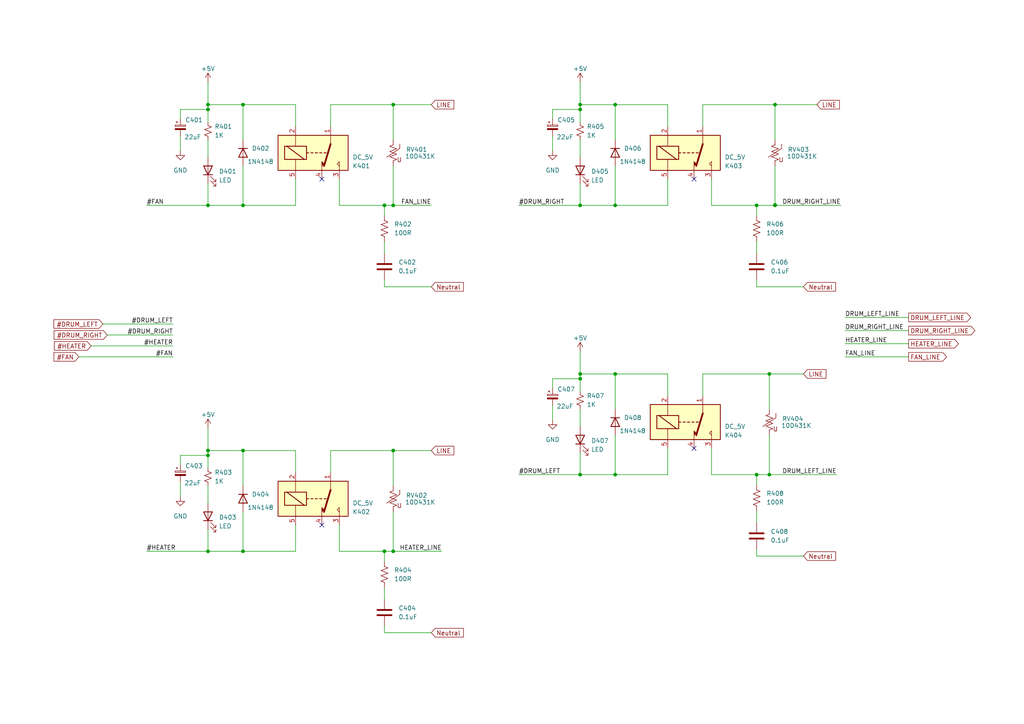
<source format=kicad_sch>
(kicad_sch (version 20211123) (generator eeschema)
  (paper "A4")
  (lib_symbols
    (symbol "Device:C" (pin_numbers hide) (pin_names (offset 0.254))
      (property "Reference" "C" (at 0.635 2.54 0))
      (property "Value" "C" (at 0.635 -2.54 0))
      (symbol "C_0_1"
        (polyline (pts (xy -2.032 -0.762) (xy 2.032 -0.762)) (stroke (width 0.508)))
        (polyline (pts (xy -2.032 0.762) (xy 2.032 0.762)) (stroke (width 0.508)))
      )
      (symbol "C_1_1"
        (pin passive line (at 0 3.81 270) (length 2.794) (name "~") (number "1"))
        (pin passive line (at 0 -3.81 90) (length 2.794) (name "~") (number "2"))
      )
    )
    (symbol "Device:C_Polarized_Small" (pin_numbers hide) (pin_names (offset 0.254) hide)
      (property "Reference" "C" (at 0.254 1.778 0))
      (property "Value" "C_Polarized_Small" (at 0.254 -2.032 0))
      (symbol "C_Polarized_Small_0_1"
        (rectangle (start -1.524 -0.3048) (end 1.524 -0.6858) (fill (type outline)))
        (rectangle (start -1.524 0.6858) (end 1.524 0.3048))
        (polyline (pts (xy -1.27 1.524) (xy -0.762 1.524)))
        (polyline (pts (xy -1.016 1.27) (xy -1.016 1.778)))
      )
      (symbol "C_Polarized_Small_1_1"
        (pin passive line (at 0 2.54 270) (length 1.8542) (name "~") (number "1"))
        (pin passive line (at 0 -2.54 90) (length 1.8542) (name "~") (number "2"))
      )
    )
    (symbol "Device:D" (pin_numbers hide) (pin_names (offset 1.016) hide)
      (property "Reference" "D" (at 0 2.54 0))
      (property "Value" "D" (at 0 -2.54 0))
      (symbol "D_0_1"
        (polyline (pts (xy -1.27 1.27) (xy -1.27 -1.27)) (stroke (width 0.254)))
        (polyline (pts (xy 1.27 0) (xy -1.27 0)))
        (polyline (pts (xy 1.27 1.27) (xy 1.27 -1.27) (xy -1.27 0) (xy 1.27 1.27)) (stroke (width 0.254)))
      )
      (symbol "D_1_1"
        (pin passive line (at -3.81 0 0) (length 2.54) (name "K") (number "1"))
        (pin passive line (at 3.81 0 180) (length 2.54) (name "A") (number "2"))
      )
    )
    (symbol "Device:LED" (pin_numbers hide) (pin_names (offset 1.016) hide)
      (property "Reference" "D" (at 0 2.54 0))
      (property "Value" "LED" (at 0 -2.54 0))
      (symbol "LED_0_1"
        (polyline (pts (xy -1.27 -1.27) (xy -1.27 1.27)) (stroke (width 0.254)))
        (polyline (pts (xy -1.27 0) (xy 1.27 0)))
        (polyline (pts (xy 1.27 -1.27) (xy 1.27 1.27) (xy -1.27 0) (xy 1.27 -1.27)) (stroke (width 0.254)))
        (polyline (pts (xy -3.048 -0.762) (xy -4.572 -2.286) (xy -3.81 -2.286) (xy -4.572 -2.286) (xy -4.572 -1.524)))
        (polyline (pts (xy -1.778 -0.762) (xy -3.302 -2.286) (xy -2.54 -2.286) (xy -3.302 -2.286) (xy -3.302 -1.524)))
      )
      (symbol "LED_1_1"
        (pin passive line (at -3.81 0 0) (length 2.54) (name "K") (number "1"))
        (pin passive line (at 3.81 0 180) (length 2.54) (name "A") (number "2"))
      )
    )
    (symbol "Device:R_Small_US" (pin_numbers hide) (pin_names (offset 0.254) hide)
      (property "Reference" "R" (at 0.762 0.508 0))
      (property "Value" "R_Small_US" (at 0.762 -1.016 0))
      (symbol "R_Small_US_1_1"
        (polyline (pts (xy 0 0) (xy 1.016 -0.381) (xy 0 -0.762) (xy -1.016 -1.143) (xy 0 -1.524)))
        (polyline (pts (xy 0 1.524) (xy 1.016 1.143) (xy 0 0.762) (xy -1.016 0.381) (xy 0 0)))
        (pin passive line (at 0 2.54 270) (length 1.016) (name "~") (number "1"))
        (pin passive line (at 0 -2.54 90) (length 1.016) (name "~") (number "2"))
      )
    )
    (symbol "Device:R_US" (pin_numbers hide) (pin_names (offset 0))
      (property "Reference" "R" (at 2.54 0 90))
      (property "Value" "R_US" (at -2.54 0 90))
      (symbol "R_US_0_1"
        (polyline (pts (xy 0 -2.286) (xy 0 -2.54)))
        (polyline (pts (xy 0 2.286) (xy 0 2.54)))
        (polyline (pts (xy 0 -0.762) (xy 1.016 -1.143) (xy 0 -1.524) (xy -1.016 -1.905) (xy 0 -2.286)))
        (polyline (pts (xy 0 0.762) (xy 1.016 0.381) (xy 0 0) (xy -1.016 -0.381) (xy 0 -0.762)))
        (polyline (pts (xy 0 2.286) (xy 1.016 1.905) (xy 0 1.524) (xy -1.016 1.143) (xy 0 0.762)))
      )
      (symbol "R_US_1_1"
        (pin passive line (at 0 3.81 270) (length 1.27) (name "~") (number "1"))
        (pin passive line (at 0 -3.81 90) (length 1.27) (name "~") (number "2"))
      )
    )
    (symbol "Device:Varistor_US" (pin_numbers hide) (pin_names (offset 0))
      (property "Reference" "RV" (at 3.175 0 90))
      (property "Value" "Varistor_US" (at -3.175 0 90))
      (symbol "Varistor_US_0_0"
        (text "U" (at -1.778 -2.032 0) (effects (font (size 1.27 1.27))))
      )
      (symbol "Varistor_US_0_1"
        (polyline (pts (xy 0 -2.286) (xy 0 -2.54)))
        (polyline (pts (xy 0 2.286) (xy 0 2.54)))
        (polyline (pts (xy -1.905 2.54) (xy -1.905 1.27) (xy 1.905 -1.27)))
        (polyline (pts (xy 0 -0.762) (xy 1.016 -1.143) (xy 0 -1.524) (xy -1.016 -1.905) (xy 0 -2.286)))
        (polyline (pts (xy 0 0.762) (xy 1.016 0.381) (xy 0 0) (xy -1.016 -0.381) (xy 0 -0.762)))
        (polyline (pts (xy 0 2.286) (xy 1.016 1.905) (xy 0 1.524) (xy -1.016 1.143) (xy 0 0.762)))
      )
      (symbol "Varistor_US_1_1"
        (pin passive line (at 0 3.81 270) (length 1.27) (name "~") (number "1"))
        (pin passive line (at 0 -3.81 90) (length 1.27) (name "~") (number "2"))
      )
    )
    (symbol "Relay:SANYOU_SRD_Form_C"
      (property "Reference" "K" (at 11.43 3.81 0))
      (property "Value" "SANYOU_SRD_Form_C" (at 11.43 1.27 0))
      (symbol "SANYOU_SRD_Form_C_0_0"
        (polyline (pts (xy 7.62 5.08) (xy 7.62 2.54) (xy 6.985 3.175) (xy 7.62 3.81)))
      )
      (symbol "SANYOU_SRD_Form_C_0_1"
        (rectangle (start -10.16 5.08) (end 10.16 -5.08) (stroke (width 0.254)) (fill (type background)))
        (rectangle (start -8.255 1.905) (end -1.905 -1.905) (stroke (width 0.254)))
        (polyline (pts (xy -7.62 -1.905) (xy -2.54 1.905)) (stroke (width 0.254)))
        (polyline (pts (xy -5.08 -5.08) (xy -5.08 -1.905)))
        (polyline (pts (xy -5.08 5.08) (xy -5.08 1.905)))
        (polyline (pts (xy -1.905 0) (xy -1.27 0)) (stroke (width 0.254)))
        (polyline (pts (xy -0.635 0) (xy 0 0)) (stroke (width 0.254)))
        (polyline (pts (xy 0.635 0) (xy 1.27 0)) (stroke (width 0.254)))
        (polyline (pts (xy 1.905 0) (xy 2.54 0)) (stroke (width 0.254)))
        (polyline (pts (xy 3.175 0) (xy 3.81 0)) (stroke (width 0.254)))
        (polyline (pts (xy 5.08 -2.54) (xy 3.175 3.81)) (stroke (width 0.508)))
        (polyline (pts (xy 5.08 -2.54) (xy 5.08 -5.08)))
      )
      (symbol "SANYOU_SRD_Form_C_1_1"
        (polyline (pts (xy 2.54 3.81) (xy 3.175 3.175) (xy 2.54 2.54) (xy 2.54 5.08)) (fill (type outline)))
        (pin passive line (at 5.08 -7.62 90) (length 2.54) (name "~") (number "1"))
        (pin passive line (at -5.08 -7.62 90) (length 2.54) (name "~") (number "2"))
        (pin passive line (at 7.62 7.62 270) (length 2.54) (name "~") (number "3"))
        (pin passive line (at 2.54 7.62 270) (length 2.54) (name "~") (number "4"))
        (pin passive line (at -5.08 7.62 270) (length 2.54) (name "~") (number "5"))
      )
    )
    (symbol "power:+5V" (power) (pin_names (offset 0))
      (property "Value" "+5V" (at 0 3.556 0))
      (symbol "+5V_0_1"
        (polyline (pts (xy -0.762 1.27) (xy 0 2.54)))
        (polyline (pts (xy 0 0) (xy 0 2.54)))
        (polyline (pts (xy 0 2.54) (xy 0.762 1.27)))
      )
      (symbol "+5V_1_1"
        (pin power_in line (at 0 0 90) (length 0) hide (name "+5V") (number "1"))
      )
    )
    (symbol "power:GND" (power) (pin_names (offset 0))
      (property "Value" "GND" (at 0 -3.81 0))
      (symbol "GND_0_1"
        (polyline (pts (xy 0 0) (xy 0 -1.27) (xy 1.27 -1.27) (xy 0 -2.54) (xy -1.27 -1.27) (xy 0 -1.27)))
      )
      (symbol "GND_1_1"
        (pin power_in line (at 0 0 270) (length 0) hide (name "GND") (number "1"))
      )
    )
  )
  (junction (at 111.506 59.563))
  (junction (at 70.485 59.563))
  (junction (at 60.325 59.563))
  (junction (at 224.79 59.563))
  (junction (at 224.79 30.353))
  (junction (at 60.325 30.353))
  (junction (at 168.275 109.855))
  (junction (at 178.435 59.563))
  (junction (at 168.275 30.353))
  (junction (at 111.506 159.893))
  (junction (at 70.485 130.683))
  (junction (at 219.456 137.668))
  (junction (at 178.435 108.458))
  (junction (at 114.046 159.893))
  (junction (at 114.046 59.563))
  (junction (at 114.046 130.683))
  (junction (at 223.139 137.668))
  (junction (at 224.79 59.436))
  (junction (at 60.325 159.893))
  (junction (at 114.046 30.353))
  (junction (at 168.275 137.668))
  (junction (at 60.325 132.08))
  (junction (at 223.139 108.458))
  (junction (at 168.275 108.458))
  (junction (at 178.435 137.668))
  (junction (at 70.485 159.893))
  (junction (at 219.456 59.563))
  (junction (at 60.325 130.683))
  (junction (at 70.485 30.353))
  (junction (at 60.325 31.75))
  (junction (at 168.275 31.75))
  (junction (at 168.275 59.563))
  (junction (at 178.435 30.353))
  (no_connect (at 201.295 130.048))
  (no_connect (at 201.295 51.943))
  (no_connect (at 93.345 51.943))
  (no_connect (at 93.345 152.273))
  (wire (pts (xy 168.275 30.353) (xy 168.275 31.75)))
  (wire (pts (xy 111.506 70.104) (xy 111.506 73.533)))
  (wire (pts (xy 219.456 59.563) (xy 224.79 59.563)))
  (wire (pts (xy 85.725 59.563) (xy 70.485 59.563)))
  (wire (pts (xy 60.325 23.749) (xy 60.325 30.353)))
  (wire (pts (xy 60.325 30.353) (xy 60.325 31.75)))
  (wire (pts (xy 219.456 137.668) (xy 219.456 140.589)))
  (wire (pts (xy 95.885 30.353) (xy 114.046 30.353)))
  (wire (pts (xy 60.325 40.513) (xy 60.325 45.593)))
  (wire (pts (xy 219.456 81.153) (xy 219.456 83.185)))
  (wire (pts (xy 193.675 114.808) (xy 193.675 108.458)))
  (wire (pts (xy 168.275 53.213) (xy 168.275 59.563)))
  (wire (pts (xy 178.435 48.133) (xy 178.435 59.563)))
  (wire (pts (xy 245.11 92.075) (xy 263.525 92.075)))
  (wire (pts (xy 85.725 51.943) (xy 85.725 59.563)))
  (wire (pts (xy 160.274 112.522) (xy 160.274 109.855)))
  (wire (pts (xy 203.835 114.808) (xy 203.835 108.458)))
  (wire (pts (xy 85.725 36.703) (xy 85.725 30.353)))
  (wire (pts (xy 60.325 130.683) (xy 60.325 132.08)))
  (wire (pts (xy 98.425 159.893) (xy 111.506 159.893)))
  (wire (pts (xy 60.325 132.08) (xy 60.325 135.763)))
  (wire (pts (xy 219.456 161.29) (xy 233.045 161.29)))
  (wire (pts (xy 203.835 30.353) (xy 224.79 30.353)))
  (wire (pts (xy 70.485 59.563) (xy 60.325 59.563)))
  (wire (pts (xy 52.324 134.747) (xy 52.324 132.08)))
  (wire (pts (xy 160.274 109.855) (xy 168.275 109.855)))
  (wire (pts (xy 224.79 48.133) (xy 224.79 59.436)))
  (wire (pts (xy 168.275 40.513) (xy 168.275 45.593)))
  (wire (pts (xy 85.725 159.893) (xy 70.485 159.893)))
  (wire (pts (xy 70.485 148.463) (xy 70.485 159.893)))
  (wire (pts (xy 114.046 130.683) (xy 114.046 140.843)))
  (wire (pts (xy 111.506 170.434) (xy 111.506 173.863)))
  (wire (pts (xy 114.046 30.353) (xy 114.046 40.513)))
  (wire (pts (xy 111.506 159.893) (xy 111.506 162.814)))
  (wire (pts (xy 193.675 36.703) (xy 193.675 30.353)))
  (wire (pts (xy 114.046 30.353) (xy 125.095 30.353)))
  (wire (pts (xy 168.275 101.854) (xy 168.275 108.458)))
  (wire (pts (xy 98.425 51.943) (xy 98.425 59.563)))
  (wire (pts (xy 60.325 31.75) (xy 60.325 35.433)))
  (wire (pts (xy 206.375 59.563) (xy 219.456 59.563)))
  (wire (pts (xy 114.046 148.463) (xy 114.046 159.893)))
  (wire (pts (xy 245.11 95.885) (xy 263.525 95.885)))
  (wire (pts (xy 219.456 137.668) (xy 223.139 137.668)))
  (wire (pts (xy 178.435 137.668) (xy 168.275 137.668)))
  (wire (pts (xy 160.274 31.75) (xy 168.275 31.75)))
  (wire (pts (xy 70.485 30.353) (xy 70.485 40.513)))
  (wire (pts (xy 178.435 126.238) (xy 178.435 137.668)))
  (wire (pts (xy 193.675 59.563) (xy 178.435 59.563)))
  (wire (pts (xy 206.375 137.668) (xy 219.456 137.668)))
  (wire (pts (xy 224.79 30.353) (xy 224.79 40.513)))
  (wire (pts (xy 150.495 59.563) (xy 168.275 59.563)))
  (wire (pts (xy 52.324 34.417) (xy 52.324 31.75)))
  (wire (pts (xy 31.115 97.155) (xy 50.165 97.155)))
  (wire (pts (xy 98.425 152.273) (xy 98.425 159.893)))
  (wire (pts (xy 111.506 59.563) (xy 111.506 62.484)))
  (wire (pts (xy 85.725 30.353) (xy 70.485 30.353)))
  (wire (pts (xy 245.11 99.695) (xy 263.525 99.695)))
  (wire (pts (xy 52.324 39.497) (xy 52.324 43.815)))
  (wire (pts (xy 193.675 130.048) (xy 193.675 137.668)))
  (wire (pts (xy 60.325 124.079) (xy 60.325 130.683)))
  (wire (pts (xy 70.485 30.353) (xy 60.325 30.353)))
  (wire (pts (xy 168.275 109.855) (xy 168.275 113.538)))
  (wire (pts (xy 85.725 152.273) (xy 85.725 159.893)))
  (wire (pts (xy 111.506 159.893) (xy 114.046 159.893)))
  (wire (pts (xy 70.485 48.133) (xy 70.485 59.563)))
  (wire (pts (xy 42.545 159.893) (xy 60.325 159.893)))
  (wire (pts (xy 193.675 51.943) (xy 193.675 59.563)))
  (wire (pts (xy 95.885 130.683) (xy 114.046 130.683)))
  (wire (pts (xy 160.274 117.602) (xy 160.274 121.92)))
  (wire (pts (xy 160.274 39.497) (xy 160.274 43.815)))
  (wire (pts (xy 178.435 108.458) (xy 168.275 108.458)))
  (wire (pts (xy 60.325 53.213) (xy 60.325 59.563)))
  (wire (pts (xy 52.324 31.75) (xy 60.325 31.75)))
  (wire (pts (xy 42.545 59.563) (xy 60.325 59.563)))
  (wire (pts (xy 193.675 137.668) (xy 178.435 137.668)))
  (wire (pts (xy 111.506 183.515) (xy 125.095 183.515)))
  (wire (pts (xy 168.275 23.749) (xy 168.275 30.353)))
  (wire (pts (xy 203.835 108.458) (xy 223.139 108.458)))
  (wire (pts (xy 178.435 30.353) (xy 168.275 30.353)))
  (wire (pts (xy 60.325 140.843) (xy 60.325 145.923)))
  (wire (pts (xy 224.79 59.436) (xy 224.79 59.563)))
  (wire (pts (xy 203.835 36.703) (xy 203.835 30.353)))
  (wire (pts (xy 70.485 130.683) (xy 70.485 140.843)))
  (wire (pts (xy 168.275 31.75) (xy 168.275 35.433)))
  (wire (pts (xy 114.046 159.893) (xy 128.143 159.893)))
  (wire (pts (xy 26.416 100.33) (xy 50.165 100.33)))
  (wire (pts (xy 52.324 139.827) (xy 52.324 144.145)))
  (wire (pts (xy 114.046 48.133) (xy 114.046 59.563)))
  (wire (pts (xy 29.845 93.98) (xy 50.165 93.98)))
  (wire (pts (xy 223.139 108.458) (xy 233.045 108.458)))
  (wire (pts (xy 111.506 81.153) (xy 111.506 83.185)))
  (wire (pts (xy 223.139 137.668) (xy 242.6716 137.668)))
  (wire (pts (xy 223.139 126.238) (xy 223.139 137.668)))
  (wire (pts (xy 193.675 30.353) (xy 178.435 30.353)))
  (wire (pts (xy 219.456 59.563) (xy 219.456 62.484)))
  (wire (pts (xy 111.506 181.483) (xy 111.506 183.515)))
  (wire (pts (xy 95.885 36.703) (xy 95.885 30.353)))
  (wire (pts (xy 160.274 34.417) (xy 160.274 31.75)))
  (wire (pts (xy 219.456 148.209) (xy 219.456 151.638)))
  (wire (pts (xy 219.456 159.258) (xy 219.456 161.29)))
  (wire (pts (xy 178.435 30.353) (xy 178.435 40.513)))
  (wire (pts (xy 168.275 118.618) (xy 168.275 123.698)))
  (wire (pts (xy 95.885 137.033) (xy 95.885 130.683)))
  (wire (pts (xy 168.275 108.458) (xy 168.275 109.855)))
  (wire (pts (xy 223.139 108.458) (xy 223.139 118.618)))
  (wire (pts (xy 243.8908 59.563) (xy 243.8908 59.5376)))
  (wire (pts (xy 150.495 137.668) (xy 168.275 137.668)))
  (wire (pts (xy 111.506 59.563) (xy 114.046 59.563)))
  (wire (pts (xy 85.725 137.033) (xy 85.725 130.683)))
  (wire (pts (xy 224.79 30.353) (xy 236.9312 30.353)))
  (wire (pts (xy 219.456 70.104) (xy 219.456 73.533)))
  (wire (pts (xy 70.485 130.683) (xy 60.325 130.683)))
  (wire (pts (xy 98.425 59.563) (xy 111.506 59.563)))
  (wire (pts (xy 193.675 108.458) (xy 178.435 108.458)))
  (wire (pts (xy 52.324 132.08) (xy 60.325 132.08)))
  (wire (pts (xy 85.725 130.683) (xy 70.485 130.683)))
  (wire (pts (xy 178.435 108.458) (xy 178.435 118.618)))
  (wire (pts (xy 70.485 159.893) (xy 60.325 159.893)))
  (wire (pts (xy 178.435 59.563) (xy 168.275 59.563)))
  (wire (pts (xy 114.046 130.683) (xy 125.095 130.683)))
  (wire (pts (xy 22.86 103.505) (xy 50.165 103.505)))
  (wire (pts (xy 206.375 130.048) (xy 206.375 137.668)))
  (wire (pts (xy 168.275 131.318) (xy 168.275 137.668)))
  (wire (pts (xy 60.325 153.543) (xy 60.325 159.893)))
  (wire (pts (xy 114.046 59.563) (xy 125.095 59.563)))
  (wire (pts (xy 224.79 59.563) (xy 243.8908 59.563)))
  (wire (pts (xy 206.375 51.943) (xy 206.375 59.563)))
  (wire (pts (xy 245.11 103.505) (xy 263.525 103.505)))
  (wire (pts (xy 111.506 83.185) (xy 125.095 83.185)))
  (wire (pts (xy 219.456 83.185) (xy 233.045 83.185)))
  (label "HEATER_LINE" (at 245.11 99.695 0))
  (label "#DRUM_LEFT" (at 50.165 93.98 180))
  (label "#DRUM_RIGHT" (at 50.165 97.155 180))
  (label "DRUM_RIGHT_LINE" (at 245.11 95.885 0))
  (label "FAN_LINE" (at 245.11 103.505 0))
  (label "HEATER_LINE" (at 128.143 159.893 180))
  (label "#FAN" (at 50.165 103.505 180))
  (label "#FAN" (at 42.545 59.563 0))
  (label "FAN_LINE" (at 125.095 59.563 180))
  (label "DRUM_LEFT_LINE" (at 245.11 92.075 0))
  (label "#HEATER" (at 42.545 159.893 0))
  (label "#HEATER" (at 50.165 100.33 180))
  (label "DRUM_RIGHT_LINE" (at 243.8908 59.5376 180))
  (label "#DRUM_RIGHT" (at 150.495 59.563 0))
  (label "#DRUM_LEFT" (at 150.495 137.668 0))
  (label "DRUM_LEFT_LINE" (at 242.6716 137.668 180))
  (global_label "Neutral" (shape input) (at 233.045 83.185 0) (property "Intersheet References" "${INTERSHEET_REFS}" (effects hide)))
  (global_label "#DRUM_RIGHT" (shape input) (at 31.115 97.155 180) (property "Intersheet References" "${INTERSHEET_REFS}" (effects hide)))
  (global_label "Neutral" (shape input) (at 125.095 83.185 0) (property "Intersheet References" "${INTERSHEET_REFS}" (effects hide)))
  (global_label "HEATER_LINE" (shape output) (at 263.525 99.695 0) (property "Intersheet References" "${INTERSHEET_REFS}" (effects hide)))
  (global_label "Neutral" (shape input) (at 233.045 161.29 0) (property "Intersheet References" "${INTERSHEET_REFS}" (effects hide)))
  (global_label "LINE" (shape input) (at 236.9312 30.353 0) (property "Intersheet References" "${INTERSHEET_REFS}" (effects hide)))
  (global_label "#DRUM_LEFT" (shape input) (at 29.845 93.98 180) (property "Intersheet References" "${INTERSHEET_REFS}" (effects hide)))
  (global_label "LINE" (shape input) (at 233.045 108.458 0) (property "Intersheet References" "${INTERSHEET_REFS}" (effects hide)))
  (global_label "FAN_LINE" (shape output) (at 263.525 103.505 0) (property "Intersheet References" "${INTERSHEET_REFS}" (effects hide)))
  (global_label "#HEATER" (shape input) (at 26.416 100.33 180) (property "Intersheet References" "${INTERSHEET_REFS}" (effects hide)))
  (global_label "#FAN" (shape input) (at 22.86 103.505 180) (property "Intersheet References" "${INTERSHEET_REFS}" (effects hide)))
  (global_label "DRUM_LEFT_LINE" (shape output) (at 263.525 92.075 0) (property "Intersheet References" "${INTERSHEET_REFS}" (effects hide)))
  (global_label "LINE" (shape input) (at 125.095 30.353 0) (property "Intersheet References" "${INTERSHEET_REFS}" (effects hide)))
  (global_label "LINE" (shape input) (at 125.095 130.683 0) (property "Intersheet References" "${INTERSHEET_REFS}" (effects hide)))
  (global_label "Neutral" (shape input) (at 125.095 183.515 0) (property "Intersheet References" "${INTERSHEET_REFS}" (effects hide)))
  (global_label "DRUM_RIGHT_LINE" (shape output) (at 263.525 95.885 0) (property "Intersheet References" "${INTERSHEET_REFS}" (effects hide)))
  (symbol (lib_id "Device:D") (at 178.435 44.323 270) (unit 1)
    (property "Reference" "D406" (at 180.975 43.0529 90) (effects (justify left)))
    (property "Value" "1N4148" (at 179.705 46.863 90) (effects (justify left)))
    (property "Footprint" "User_Diode_THT:D_A-405_P7.62mm_Horizontal" (effects hide))
  )
  (symbol (lib_id "power:GND") (at 52.324 144.145 0) (unit 1)
    (property "Reference" "#PWR036" (effects hide))
    (property "Value" "GND" (at 52.324 149.733 0))
  )
  (symbol (lib_id "power:GND") (at 52.324 43.815 0) (unit 1)
    (property "Reference" "#PWR035" (effects hide))
    (property "Value" "GND" (at 52.324 49.403 0))
  )
  (symbol (lib_id "power:+5V") (at 168.275 101.854 0) (unit 1)
    (property "Reference" "#PWR042" (effects hide))
    (property "Value" "+5V" (at 168.275 98.044 0))
  )
  (symbol (lib_id "Device:LED") (at 60.325 149.733 90) (unit 1)
    (property "Reference" "D403" (at 63.5 150.0504 90) (effects (justify right)))
    (property "Value" "LED" (at 63.5 152.5904 90) (effects (justify right)))
    (property "Footprint" "User_LED_THT:LED_D3.0mm" (effects hide))
  )
  (symbol (lib_id "power:+5V") (at 168.275 23.749 0) (unit 1)
    (property "Reference" "#PWR041" (effects hide))
    (property "Value" "+5V" (at 168.275 19.939 0))
  )
  (symbol (lib_id "Device:C") (at 111.506 77.343 0) (unit 1)
    (property "Reference" "C402" (at 115.57 76.0729 0) (effects (justify left)))
    (property "Value" "0.1uF" (at 115.57 78.6129 0) (effects (justify left)))
    (property "Footprint" "User_Capacitor_THT:C_Rect_L19.0mm_W9.0mm_P15.00mm_MKS4" (effects hide))
  )
  (symbol (lib_id "Device:D") (at 70.485 44.323 270) (unit 1)
    (property "Reference" "D402" (at 73.025 43.0529 90) (effects (justify left)))
    (property "Value" "1N4148" (at 71.755 46.863 90) (effects (justify left)))
    (property "Footprint" "User_Diode_THT:D_A-405_P7.62mm_Horizontal" (effects hide))
  )
  (symbol (lib_id "Device:C_Polarized_Small") (at 160.274 36.957 0) (unit 1)
    (property "Reference" "C405" (at 161.671 34.798 0) (effects (justify left)))
    (property "Value" "22uF" (at 161.417 39.751 0) (effects (justify left)))
    (property "Footprint" "Capacitor_THT:CP_Radial_D5.0mm_P2.50mm" (effects hide))
  )
  (symbol (lib_id "Relay:SANYOU_SRD_Form_C") (at 198.755 122.428 0) (mirror x) (unit 1)
    (property "Reference" "K404" (at 210.185 126.238 0) (effects (justify left)))
    (property "Value" "DC_5V" (at 210.185 123.698 0) (effects (justify left)))
    (property "Footprint" "User_Relay_THT:Relay_SPDT_SANYOU_SRD_Series_Form_C" (effects hide))
    (property "Datasheet" "http://www.sanyourelay.ca/public/products/pdf/SRD.pdf" (effects hide))
  )
  (symbol (lib_id "Device:Varistor_US") (at 114.046 44.323 0) (mirror y) (unit 1)
    (property "Reference" "RV401" (at 117.729 43.3696 0) (effects (justify right)))
    (property "Value" "10D431K" (at 117.475 45.339 0) (effects (justify right)))
    (property "Footprint" "User_Varistor:RV_Disc_D7mm_W5.7mm_P5mm" (effects hide))
  )
  (symbol (lib_id "Device:D") (at 70.485 144.653 270) (unit 1)
    (property "Reference" "D404" (at 73.025 143.3829 90) (effects (justify left)))
    (property "Value" "1N4148" (at 71.755 147.193 90) (effects (justify left)))
    (property "Footprint" "User_Diode_THT:D_A-405_P7.62mm_Horizontal" (effects hide))
  )
  (symbol (lib_id "Device:R_Small_US") (at 60.325 37.973 0) (unit 1)
    (property "Reference" "R401" (at 62.23 36.7029 0) (effects (justify left)))
    (property "Value" "1K" (at 62.23 39.2429 0) (effects (justify left)))
    (property "Footprint" "User_Resostor_THT:R_Axial_DIN0207_L6.3mm_D2.5mm_P10.16mm_Horizontal" (effects hide))
  )
  (symbol (lib_id "Device:C_Polarized_Small") (at 52.324 36.957 0) (unit 1)
    (property "Reference" "C401" (at 53.721 34.798 0) (effects (justify left)))
    (property "Value" "22uF" (at 53.467 39.751 0) (effects (justify left)))
    (property "Footprint" "Capacitor_THT:CP_Radial_D5.0mm_P2.50mm" (effects hide))
  )
  (symbol (lib_id "Device:Varistor_US") (at 114.046 144.653 0) (mirror y) (unit 1)
    (property "Reference" "RV402" (at 117.729 143.6996 0) (effects (justify right)))
    (property "Value" "10D431K" (at 117.475 145.669 0) (effects (justify right)))
    (property "Footprint" "User_Varistor:RV_Disc_D7mm_W5.7mm_P5mm" (effects hide))
  )
  (symbol (lib_id "Relay:SANYOU_SRD_Form_C") (at 90.805 44.323 0) (mirror x) (unit 1)
    (property "Reference" "K401" (at 102.235 48.133 0) (effects (justify left)))
    (property "Value" "DC_5V" (at 102.235 45.593 0) (effects (justify left)))
    (property "Footprint" "User_Relay_THT:Relay_SPDT_SANYOU_SRD_Series_Form_C" (effects hide))
    (property "Datasheet" "http://www.sanyourelay.ca/public/products/pdf/SRD.pdf" (effects hide))
  )
  (symbol (lib_id "Device:Varistor_US") (at 224.79 44.323 0) (mirror y) (unit 1)
    (property "Reference" "RV403" (at 228.473 43.3696 0) (effects (justify right)))
    (property "Value" "10D431K" (at 228.219 45.339 0) (effects (justify right)))
    (property "Footprint" "User_Varistor:RV_Disc_D7mm_W5.7mm_P5mm" (effects hide))
  )
  (symbol (lib_id "Device:R_US") (at 111.506 66.294 0) (unit 1)
    (property "Reference" "R402" (at 114.3 65.0239 0) (effects (justify left)))
    (property "Value" "100R" (at 114.3 67.5639 0) (effects (justify left)))
    (property "Footprint" "User_Resostor_THT:R_Axial_DIN0414_L11.9mm_D4.5mm_P15.24mm_Horizontal" (effects hide))
  )
  (symbol (lib_id "power:GND") (at 160.274 43.815 0) (unit 1)
    (property "Reference" "#PWR039" (effects hide))
    (property "Value" "GND" (at 160.274 49.403 0))
  )
  (symbol (lib_id "Device:R_US") (at 219.456 66.294 0) (unit 1)
    (property "Reference" "R406" (at 222.25 65.0239 0) (effects (justify left)))
    (property "Value" "100R" (at 222.25 67.5639 0) (effects (justify left)))
    (property "Footprint" "User_Resostor_THT:R_Axial_DIN0414_L11.9mm_D4.5mm_P15.24mm_Horizontal" (effects hide))
  )
  (symbol (lib_id "Device:R_Small_US") (at 168.275 37.973 0) (unit 1)
    (property "Reference" "R405" (at 170.18 36.7029 0) (effects (justify left)))
    (property "Value" "1K" (at 170.18 39.2429 0) (effects (justify left)))
    (property "Footprint" "User_Resostor_THT:R_Axial_DIN0207_L6.3mm_D2.5mm_P10.16mm_Horizontal" (effects hide))
  )
  (symbol (lib_id "Device:Varistor_US") (at 223.139 122.428 0) (mirror y) (unit 1)
    (property "Reference" "RV404" (at 226.822 121.4746 0) (effects (justify right)))
    (property "Value" "10D431K" (at 226.568 123.444 0) (effects (justify right)))
    (property "Footprint" "User_Varistor:RV_Disc_D7mm_W5.7mm_P5mm" (effects hide))
  )
  (symbol (lib_id "power:+5V") (at 60.325 23.749 0) (unit 1)
    (property "Reference" "#PWR037" (effects hide))
    (property "Value" "+5V" (at 60.325 19.939 0))
  )
  (symbol (lib_id "Device:C") (at 111.506 177.673 0) (unit 1)
    (property "Reference" "C404" (at 115.57 176.4029 0) (effects (justify left)))
    (property "Value" "0.1uF" (at 115.57 178.9429 0) (effects (justify left)))
    (property "Footprint" "User_Capacitor_THT:C_Rect_L19.0mm_W9.0mm_P15.00mm_MKS4" (effects hide))
  )
  (symbol (lib_id "Device:C") (at 219.456 155.448 0) (unit 1)
    (property "Reference" "C408" (at 223.52 154.1779 0) (effects (justify left)))
    (property "Value" "0.1uF" (at 223.52 156.7179 0) (effects (justify left)))
    (property "Footprint" "User_Capacitor_THT:C_Rect_L19.0mm_W9.0mm_P15.00mm_MKS4" (effects hide))
  )
  (symbol (lib_id "Relay:SANYOU_SRD_Form_C") (at 198.755 44.323 0) (mirror x) (unit 1)
    (property "Reference" "K403" (at 210.185 48.133 0) (effects (justify left)))
    (property "Value" "DC_5V" (at 210.185 45.593 0) (effects (justify left)))
    (property "Footprint" "User_Relay_THT:Relay_SPDT_SANYOU_SRD_Series_Form_C" (effects hide))
    (property "Datasheet" "http://www.sanyourelay.ca/public/products/pdf/SRD.pdf" (effects hide))
  )
  (symbol (lib_id "Device:C_Polarized_Small") (at 160.274 115.062 0) (unit 1)
    (property "Reference" "C407" (at 161.671 112.903 0) (effects (justify left)))
    (property "Value" "22uF" (at 161.417 117.856 0) (effects (justify left)))
    (property "Footprint" "Capacitor_THT:CP_Radial_D5.0mm_P2.50mm" (effects hide))
  )
  (symbol (lib_id "Device:R_US") (at 219.456 144.399 0) (unit 1)
    (property "Reference" "R408" (at 222.25 143.1289 0) (effects (justify left)))
    (property "Value" "100R" (at 222.25 145.6689 0) (effects (justify left)))
    (property "Footprint" "User_Resostor_THT:R_Axial_DIN0414_L11.9mm_D4.5mm_P15.24mm_Horizontal" (effects hide))
  )
  (symbol (lib_id "Device:LED") (at 168.275 49.403 90) (unit 1)
    (property "Reference" "D405" (at 171.45 49.7204 90) (effects (justify right)))
    (property "Value" "LED" (at 171.45 52.2604 90) (effects (justify right)))
    (property "Footprint" "User_LED_THT:LED_D3.0mm" (effects hide))
  )
  (symbol (lib_id "Device:C") (at 219.456 77.343 0) (unit 1)
    (property "Reference" "C406" (at 223.52 76.0729 0) (effects (justify left)))
    (property "Value" "0.1uF" (at 223.52 78.6129 0) (effects (justify left)))
    (property "Footprint" "User_Capacitor_THT:C_Rect_L19.0mm_W9.0mm_P15.00mm_MKS4" (effects hide))
  )
  (symbol (lib_id "power:GND") (at 160.274 121.92 0) (unit 1)
    (property "Reference" "#PWR040" (effects hide))
    (property "Value" "GND" (at 160.274 127.508 0))
  )
  (symbol (lib_id "Relay:SANYOU_SRD_Form_C") (at 90.805 144.653 0) (mirror x) (unit 1)
    (property "Reference" "K402" (at 102.235 148.463 0) (effects (justify left)))
    (property "Value" "DC_5V" (at 102.235 145.923 0) (effects (justify left)))
    (property "Footprint" "User_Relay_THT:Relay_SPDT_SANYOU_SRD_Series_Form_C" (effects hide))
    (property "Datasheet" "http://www.sanyourelay.ca/public/products/pdf/SRD.pdf" (effects hide))
  )
  (symbol (lib_id "power:+5V") (at 60.325 124.079 0) (unit 1)
    (property "Reference" "#PWR038" (effects hide))
    (property "Value" "+5V" (at 60.325 120.269 0))
  )
  (symbol (lib_id "Device:C_Polarized_Small") (at 52.324 137.287 0) (unit 1)
    (property "Reference" "C403" (at 53.721 135.128 0) (effects (justify left)))
    (property "Value" "22uF" (at 53.467 140.081 0) (effects (justify left)))
    (property "Footprint" "Capacitor_THT:CP_Radial_D5.0mm_P2.50mm" (effects hide))
  )
  (symbol (lib_id "Device:LED") (at 168.275 127.508 90) (unit 1)
    (property "Reference" "D407" (at 171.45 127.8254 90) (effects (justify right)))
    (property "Value" "LED" (at 171.45 130.3654 90) (effects (justify right)))
    (property "Footprint" "User_LED_THT:LED_D3.0mm" (effects hide))
  )
  (symbol (lib_id "Device:R_Small_US") (at 60.325 138.303 0) (unit 1)
    (property "Reference" "R403" (at 62.23 137.0329 0) (effects (justify left)))
    (property "Value" "1K" (at 62.23 139.5729 0) (effects (justify left)))
    (property "Footprint" "User_Resostor_THT:R_Axial_DIN0207_L6.3mm_D2.5mm_P10.16mm_Horizontal" (effects hide))
  )
  (symbol (lib_id "Device:D") (at 178.435 122.428 270) (unit 1)
    (property "Reference" "D408" (at 180.975 121.1579 90) (effects (justify left)))
    (property "Value" "1N4148" (at 179.705 124.968 90) (effects (justify left)))
    (property "Footprint" "User_Diode_THT:D_A-405_P7.62mm_Horizontal" (effects hide))
  )
  (symbol (lib_id "Device:R_US") (at 111.506 166.624 0) (unit 1)
    (property "Reference" "R404" (at 114.3 165.3539 0) (effects (justify left)))
    (property "Value" "100R" (at 114.3 167.8939 0) (effects (justify left)))
    (property "Footprint" "User_Resostor_THT:R_Axial_DIN0414_L11.9mm_D4.5mm_P15.24mm_Horizontal" (effects hide))
  )
  (symbol (lib_id "Device:R_Small_US") (at 168.275 116.078 0) (unit 1)
    (property "Reference" "R407" (at 170.18 114.8079 0) (effects (justify left)))
    (property "Value" "1K" (at 170.18 117.3479 0) (effects (justify left)))
    (property "Footprint" "User_Resostor_THT:R_Axial_DIN0207_L6.3mm_D2.5mm_P10.16mm_Horizontal" (effects hide))
  )
  (symbol (lib_id "Device:LED") (at 60.325 49.403 90) (unit 1)
    (property "Reference" "D401" (at 63.5 49.7204 90) (effects (justify right)))
    (property "Value" "LED" (at 63.5 52.2604 90) (effects (justify right)))
    (property "Footprint" "User_LED_THT:LED_D3.0mm" (effects hide))
  )
)
</source>
